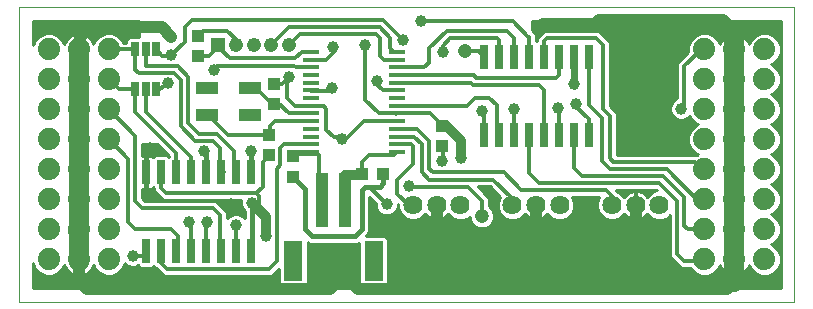
<source format=gtl>
G75*
G70*
%OFA0B0*%
%FSLAX24Y24*%
%IPPOS*%
%LPD*%
%AMOC8*
5,1,8,0,0,1.08239X$1,22.5*
%
%ADD10C,0.0000*%
%ADD11R,0.0550X0.0137*%
%ADD12R,0.0476X0.0476*%
%ADD13C,0.0476*%
%ADD14R,0.0748X0.0433*%
%ADD15R,0.0394X0.0433*%
%ADD16R,0.0260X0.0800*%
%ADD17C,0.0740*%
%ADD18R,0.0433X0.0394*%
%ADD19R,0.0250X0.0500*%
%ADD20C,0.0640*%
%ADD21R,0.0394X0.1811*%
%ADD22R,0.0630X0.1339*%
%ADD23C,0.0396*%
%ADD24C,0.0160*%
%ADD25C,0.0240*%
%ADD26C,0.0120*%
%ADD27C,0.0320*%
%ADD28C,0.0475*%
%ADD29C,0.0660*%
%ADD30C,0.0400*%
%ADD31C,0.0100*%
D10*
X000198Y000186D02*
X000198Y010001D01*
X026029Y010001D01*
X026029Y000186D01*
X000198Y000186D01*
D11*
X009906Y005178D03*
X009906Y005434D03*
X009906Y005690D03*
X009906Y005946D03*
X009906Y006202D03*
X009906Y006458D03*
X009906Y006713D03*
X009906Y006969D03*
X009906Y007225D03*
X009906Y007481D03*
X009906Y007737D03*
X009906Y007993D03*
X009906Y008249D03*
X009906Y008505D03*
X012785Y008505D03*
X012785Y008249D03*
X012785Y007993D03*
X012785Y007737D03*
X012785Y007481D03*
X012785Y007225D03*
X012785Y006969D03*
X012785Y006713D03*
X012785Y006458D03*
X012785Y006202D03*
X012785Y005946D03*
X012785Y005690D03*
X012785Y005434D03*
X012785Y005178D03*
D12*
X006828Y008732D03*
D13*
X007419Y008732D03*
X008009Y008732D03*
X008600Y008732D03*
X009190Y008732D03*
D14*
X007901Y007316D03*
X006444Y007316D03*
X006444Y006410D03*
X007901Y006410D03*
D15*
X008679Y006770D03*
X008679Y007440D03*
X006149Y008367D03*
X006149Y009036D03*
X014294Y006041D03*
X014294Y005371D03*
X009308Y005025D03*
X008523Y005087D03*
X008523Y005757D03*
X009308Y004356D03*
D16*
X007927Y004499D03*
X007427Y004499D03*
X006927Y004499D03*
X006427Y004499D03*
X005927Y004499D03*
X005427Y004499D03*
X004927Y004499D03*
X004427Y004499D03*
X004427Y001889D03*
X004927Y001889D03*
X005427Y001889D03*
X005927Y001889D03*
X006427Y001889D03*
X006927Y001889D03*
X007427Y001889D03*
X007927Y001889D03*
X015682Y005729D03*
X016182Y005729D03*
X016682Y005729D03*
X017182Y005729D03*
X017682Y005729D03*
X018182Y005729D03*
X018682Y005729D03*
X019182Y005729D03*
X019182Y008339D03*
X018682Y008339D03*
X018182Y008339D03*
X017682Y008339D03*
X017182Y008339D03*
X016682Y008339D03*
X016182Y008339D03*
X015682Y008339D03*
D17*
X023035Y008593D03*
X024035Y008593D03*
X025035Y008593D03*
X025035Y007593D03*
X024035Y007593D03*
X023035Y007593D03*
X023035Y006593D03*
X024035Y006593D03*
X025035Y006593D03*
X025035Y005593D03*
X024035Y005593D03*
X023035Y005593D03*
X023035Y004593D03*
X024035Y004593D03*
X025035Y004593D03*
X025035Y003593D03*
X024035Y003593D03*
X023035Y003593D03*
X023035Y002593D03*
X024035Y002593D03*
X025035Y002593D03*
X025035Y001593D03*
X024035Y001593D03*
X023035Y001593D03*
X003177Y001593D03*
X002177Y001593D03*
X001177Y001593D03*
X001177Y002593D03*
X002177Y002593D03*
X003177Y002593D03*
X003177Y003593D03*
X002177Y003593D03*
X001177Y003593D03*
X001177Y004593D03*
X002177Y004593D03*
X003177Y004593D03*
X003177Y005593D03*
X002177Y005593D03*
X001177Y005593D03*
X001177Y006593D03*
X002177Y006593D03*
X003177Y006593D03*
X003177Y007593D03*
X002177Y007593D03*
X001177Y007593D03*
X001177Y008593D03*
X002177Y008593D03*
X003177Y008593D03*
D18*
X011635Y004436D03*
X012304Y004436D03*
D19*
X004761Y007278D03*
X004411Y007278D03*
X004061Y007278D03*
X004057Y008597D03*
X004407Y008597D03*
X004757Y008597D03*
D20*
X013322Y003397D03*
X014110Y003397D03*
X014897Y003397D03*
X016629Y003400D03*
X017417Y003400D03*
X018204Y003400D03*
X019949Y003402D03*
X020737Y003402D03*
X021524Y003402D03*
D21*
X011061Y003583D03*
X010274Y003583D03*
D22*
X009329Y001536D03*
X012006Y001536D03*
D23*
X013413Y002601D03*
X012440Y003428D03*
X013178Y004049D03*
X014293Y004873D03*
X014921Y004963D03*
X015621Y006527D03*
X016673Y006617D03*
X018149Y006656D03*
X018750Y006765D03*
X018700Y007424D03*
X022254Y006614D03*
X017511Y009297D03*
X019409Y009452D03*
X014310Y008507D03*
X012981Y008910D03*
X011732Y008743D03*
X010653Y008688D03*
X009178Y007689D03*
X010602Y007319D03*
X012114Y007532D03*
X010964Y005613D03*
X007932Y005200D03*
X006348Y005210D03*
X004566Y005317D03*
X007952Y003466D03*
X007243Y003428D03*
X006465Y002854D03*
X005846Y002857D03*
X007421Y002739D03*
X008405Y002385D03*
X004527Y001066D03*
X003976Y001715D03*
X005166Y007458D03*
X006677Y007898D03*
X005244Y008391D03*
X005259Y009019D03*
X013583Y009528D03*
D24*
X004067Y008588D02*
X004063Y008593D01*
X004059Y008597D01*
X004057Y008597D01*
X004061Y007278D02*
X004047Y007265D01*
X004047Y007258D01*
X004586Y005337D02*
X004409Y005160D01*
X004409Y004300D01*
X004427Y004499D01*
X004427Y004119D01*
X004429Y004117D01*
X004921Y004276D02*
X004927Y004499D01*
X005393Y004471D02*
X005393Y004314D01*
X005395Y004314D01*
X005427Y004499D01*
X005432Y004511D02*
X005393Y004471D01*
X005432Y004511D02*
X005432Y004609D01*
X005927Y004499D02*
X005927Y004312D01*
X005925Y004314D01*
X006427Y004499D02*
X006427Y004658D01*
X006417Y004668D01*
X006427Y004678D01*
X006427Y005150D01*
X006927Y004499D02*
X006927Y004292D01*
X006929Y004294D01*
X007421Y004294D02*
X007440Y004314D01*
X007421Y004294D02*
X007427Y004288D01*
X007427Y004499D01*
X007913Y004511D02*
X007927Y004524D01*
X007927Y005194D01*
X007913Y004511D02*
X007925Y004499D01*
X007927Y004499D01*
X009308Y004356D02*
X009724Y003941D01*
X009724Y002601D01*
X009960Y002365D01*
X011377Y002365D01*
X011614Y002601D01*
X011614Y003900D01*
X011732Y004019D01*
X012204Y004019D01*
X012322Y004137D01*
X012322Y004418D01*
X012304Y004436D01*
X011043Y004403D02*
X011023Y003664D01*
X011042Y003664D01*
X011061Y003583D01*
X007952Y003466D02*
X007952Y001863D01*
X007927Y001889D01*
X007952Y001863D02*
X007952Y001774D01*
X004527Y001066D02*
X004527Y000593D01*
X004566Y005317D02*
X004586Y005337D01*
D25*
X003177Y007593D02*
X003177Y007652D01*
X003169Y007660D01*
X003169Y007601D02*
X003177Y007593D01*
X002204Y008605D02*
X002188Y008605D01*
X002177Y008593D01*
X018682Y008339D02*
X018682Y007385D01*
X018700Y007367D01*
X018700Y007424D01*
X018700Y007367D02*
X018701Y007367D01*
X007927Y001889D02*
X007932Y001678D01*
D26*
X007427Y001889D02*
X007427Y002753D01*
X007421Y002759D01*
X007421Y002739D01*
X006889Y003074D02*
X006889Y001893D01*
X006923Y001893D01*
X006927Y001889D01*
X006927Y001753D01*
X006948Y001774D01*
X006909Y001814D01*
X006427Y001889D02*
X006427Y001647D01*
X006427Y002657D01*
X006505Y002736D01*
X006465Y002854D01*
X006527Y002758D02*
X006505Y002736D01*
X005927Y002737D02*
X005846Y002857D01*
X005927Y002737D02*
X005927Y001889D01*
X005472Y001934D02*
X005427Y001889D01*
X005427Y001721D01*
X005413Y001735D01*
X005432Y001755D01*
X005472Y001934D02*
X005472Y002365D01*
X005236Y002601D01*
X004054Y002601D01*
X003818Y002837D01*
X003818Y004952D01*
X003177Y005593D01*
X004054Y005715D02*
X004054Y003546D01*
X004291Y003310D01*
X006653Y003310D01*
X006889Y003074D01*
X007243Y003428D02*
X007163Y003508D01*
X007163Y003541D01*
X004808Y003541D01*
X004427Y003922D01*
X004427Y004119D01*
X004921Y003979D02*
X004921Y004276D01*
X005423Y004461D02*
X005423Y004495D01*
X005423Y005130D01*
X004047Y006506D01*
X004047Y007258D01*
X003511Y007258D01*
X003177Y007593D01*
X004063Y007908D02*
X004173Y007798D01*
X005354Y007798D01*
X005590Y007562D01*
X005590Y006026D01*
X006062Y005554D01*
X006653Y005554D01*
X006889Y005318D01*
X006889Y004609D01*
X006889Y004536D01*
X006927Y004499D01*
X006999Y004499D01*
X006889Y004609D01*
X006999Y004499D02*
X007007Y004491D01*
X007362Y004564D02*
X007427Y004499D01*
X007362Y004564D02*
X007362Y005200D01*
X006771Y005790D01*
X006180Y005790D01*
X005826Y006145D01*
X005826Y007680D01*
X005472Y008034D01*
X004409Y008034D01*
X004407Y008036D01*
X004407Y008597D01*
X004063Y008593D02*
X004063Y007908D01*
X004757Y008597D02*
X004966Y008389D01*
X005241Y008389D01*
X005244Y008391D01*
X005708Y008855D01*
X005708Y009334D01*
X005944Y009570D01*
X012322Y009570D01*
X013031Y008861D01*
X013030Y008861D01*
X012981Y008910D01*
X012558Y008979D02*
X012558Y008625D01*
X012682Y008501D01*
X012781Y008501D01*
X012785Y008505D01*
X012793Y008505D01*
X012795Y008507D01*
X012342Y008251D02*
X012204Y008389D01*
X012204Y008979D01*
X012086Y009097D01*
X009556Y009097D01*
X009190Y008732D01*
X009604Y008505D02*
X009400Y008301D01*
X007213Y008301D01*
X006828Y008686D01*
X006828Y008732D01*
X006817Y008743D01*
X006771Y008743D01*
X006771Y008625D01*
X006535Y008389D01*
X006171Y008389D01*
X006149Y008367D01*
X006771Y008625D02*
X006818Y008672D01*
X006828Y008732D01*
X006828Y008564D01*
X007419Y008732D02*
X007430Y008743D01*
X007480Y008743D01*
X007480Y008861D01*
X007125Y009215D01*
X006328Y009215D01*
X006149Y009036D01*
X007419Y008732D02*
X007480Y008733D01*
X007480Y008743D01*
X008600Y008732D02*
X009201Y009334D01*
X012204Y009334D01*
X012558Y008979D01*
X011732Y008743D02*
X011732Y006902D01*
X012173Y006461D01*
X012753Y006461D01*
X012763Y006451D01*
X012770Y006458D01*
X012785Y006458D01*
X013899Y006458D01*
X014330Y006026D01*
X014316Y006041D01*
X014294Y006041D01*
X014280Y006026D01*
X013858Y005554D02*
X013466Y005946D01*
X012785Y005946D01*
X012785Y005690D02*
X013367Y005690D01*
X013621Y005436D01*
X013621Y004491D01*
X013858Y004255D01*
X015984Y004255D01*
X016574Y003664D01*
X016574Y003428D01*
X016629Y003373D01*
X016629Y003400D01*
X016629Y003373D02*
X016692Y003310D01*
X015629Y003546D02*
X015629Y003054D01*
X015610Y003034D01*
X015629Y003546D02*
X015157Y004019D01*
X013208Y004019D01*
X013178Y004049D01*
X012795Y004255D02*
X013323Y004783D01*
X013323Y005381D01*
X013322Y005381D01*
X013322Y005381D01*
X013267Y005436D01*
X012795Y005436D01*
X012793Y005434D01*
X012785Y005434D01*
X012785Y005178D02*
X012689Y005082D01*
X011850Y005082D01*
X011614Y004845D01*
X011614Y004414D01*
X011635Y004436D01*
X011614Y004414D02*
X011614Y004373D01*
X011732Y004019D02*
X011850Y004019D01*
X012440Y003428D01*
X012795Y003782D02*
X013180Y003397D01*
X013322Y003397D01*
X012795Y003782D02*
X012795Y004255D01*
X013858Y004609D02*
X013976Y004491D01*
X016338Y004491D01*
X016929Y003900D01*
X019763Y003900D01*
X019999Y003664D01*
X019999Y003428D01*
X019974Y003402D01*
X019949Y003402D01*
X021535Y004137D02*
X022125Y003546D01*
X022125Y001774D01*
X022362Y001538D01*
X023070Y001538D01*
X023035Y001574D01*
X023035Y001593D01*
X022991Y002562D02*
X023031Y002601D01*
X023035Y002597D01*
X023035Y002593D01*
X023062Y002593D01*
X023070Y002601D01*
X022480Y002601D01*
X022362Y002719D01*
X022362Y003664D01*
X021653Y004373D01*
X018936Y004373D01*
X018682Y004627D01*
X018682Y005729D01*
X018188Y005735D02*
X018188Y006656D01*
X018149Y006656D01*
X018700Y006735D02*
X019173Y006263D01*
X019173Y005790D01*
X019182Y005780D01*
X019182Y005729D01*
X019192Y005719D01*
X018188Y005735D02*
X018182Y005729D01*
X017682Y005729D02*
X017677Y005735D01*
X017677Y005869D01*
X017677Y007247D01*
X017519Y007404D01*
X015314Y007404D01*
X015238Y007481D01*
X012785Y007481D01*
X012785Y007737D02*
X015336Y007737D01*
X015432Y007641D01*
X018090Y007641D01*
X018188Y007739D01*
X018188Y008251D01*
X018182Y008257D01*
X018182Y008339D01*
X018218Y008339D01*
X018188Y008310D01*
X018218Y008339D02*
X018228Y008349D01*
X017682Y008339D02*
X017682Y008867D01*
X017792Y008977D01*
X019411Y008977D01*
X019645Y008743D01*
X019645Y006617D01*
X019881Y006381D01*
X019881Y004963D01*
X019999Y004845D01*
X022716Y004845D01*
X022968Y004593D01*
X023035Y004593D01*
X023035Y004574D01*
X023031Y004570D01*
X023035Y004593D02*
X023007Y004593D01*
X022991Y004609D01*
X022834Y003546D02*
X021771Y004609D01*
X019881Y004609D01*
X019606Y004885D01*
X019606Y006302D01*
X019182Y006725D01*
X019182Y008339D01*
X017204Y008369D02*
X017184Y008389D01*
X017184Y009019D01*
X017165Y009019D01*
X016656Y009528D01*
X013583Y009528D01*
X014448Y009215D02*
X016456Y009215D01*
X016692Y008979D01*
X016673Y008960D01*
X016673Y008389D01*
X016692Y008369D01*
X016682Y008359D01*
X016682Y008339D01*
X016702Y008339D01*
X016732Y008310D01*
X016692Y008271D01*
X017182Y008339D02*
X017182Y008347D01*
X017204Y008369D01*
X016182Y008339D02*
X016182Y008899D01*
X016102Y008979D01*
X014566Y008979D01*
X014310Y008723D01*
X014310Y008507D01*
X013858Y008625D02*
X014448Y009215D01*
X013858Y008625D02*
X013858Y008152D01*
X013698Y007993D01*
X012785Y007993D01*
X012785Y008249D02*
X012783Y008251D01*
X012342Y008251D01*
X012114Y007532D02*
X012114Y007472D01*
X012086Y007444D01*
X012304Y007225D01*
X012785Y007225D01*
X012785Y006713D02*
X015135Y006713D01*
X015393Y006971D01*
X015866Y006971D01*
X016102Y006735D01*
X016102Y005908D01*
X016220Y005790D01*
X016182Y005753D01*
X016182Y005729D01*
X016182Y005769D01*
X016141Y005810D01*
X016141Y005771D02*
X016141Y006105D01*
X016141Y005771D02*
X016182Y005729D01*
X015682Y005729D02*
X015682Y006465D01*
X015621Y006527D01*
X016673Y006617D02*
X016673Y005739D01*
X016682Y005729D01*
X017182Y005729D02*
X017182Y004473D01*
X017519Y004137D01*
X021535Y004137D01*
X022834Y003546D02*
X022952Y003546D01*
X022999Y003593D01*
X023035Y003593D01*
X023035Y003589D01*
X023039Y003593D01*
X023035Y003593D01*
X023039Y003593D02*
X023070Y003625D01*
X017677Y005869D02*
X017677Y006105D01*
X018700Y006735D02*
X018730Y006765D01*
X018750Y006765D01*
X022243Y006617D02*
X022362Y006735D01*
X022362Y008034D01*
X022916Y008588D01*
X023054Y008588D01*
X023049Y008593D01*
X023035Y008593D01*
X022254Y006614D02*
X022246Y006614D01*
X022243Y006617D01*
X015688Y008349D02*
X015511Y008526D01*
X015039Y008526D01*
X015682Y008343D02*
X015682Y008339D01*
X015682Y008343D02*
X015688Y008349D01*
X010669Y008507D02*
X010411Y008249D01*
X009906Y008249D01*
X009906Y007993D02*
X009411Y007993D01*
X009353Y008051D01*
X006783Y008051D01*
X006783Y008004D01*
X006677Y007898D01*
X006671Y007898D01*
X006653Y007916D01*
X007901Y007316D02*
X007942Y007316D01*
X007952Y007326D01*
X008070Y007208D01*
X008188Y007208D01*
X008625Y006770D01*
X008679Y006770D01*
X008696Y006770D01*
X008779Y006853D01*
X009175Y006458D01*
X009906Y006458D01*
X009906Y006202D02*
X008718Y006202D01*
X008543Y006026D01*
X008543Y005790D01*
X008523Y005771D01*
X008523Y005757D01*
X008458Y005757D01*
X008425Y005790D01*
X008523Y005757D02*
X007159Y005757D01*
X006535Y006381D01*
X006505Y006410D01*
X006444Y006410D01*
X006535Y006381D02*
X006653Y006263D01*
X008661Y006735D02*
X008700Y006696D01*
X008661Y006735D02*
X008679Y006753D01*
X008679Y006770D01*
X009133Y006971D02*
X009133Y007680D01*
X009143Y007689D01*
X009178Y007689D01*
X008942Y007444D01*
X008661Y007444D01*
X008674Y007444D01*
X008679Y007440D01*
X008665Y007440D01*
X008661Y007444D01*
X008897Y007444D01*
X009906Y007225D02*
X009924Y007208D01*
X010551Y007208D01*
X010669Y007208D01*
X010602Y007259D02*
X010602Y007319D01*
X010602Y007259D02*
X010551Y007208D01*
X010336Y006713D02*
X009906Y006713D01*
X009391Y006713D01*
X009133Y006971D01*
X010336Y006713D02*
X010432Y006617D01*
X010432Y005908D01*
X010669Y005672D01*
X010905Y005672D01*
X010964Y005613D01*
X011023Y005554D01*
X011671Y006202D01*
X012785Y006202D01*
X013858Y005554D02*
X013858Y004609D01*
X014293Y004873D02*
X014321Y004845D01*
X014330Y004845D01*
X014330Y005335D01*
X014294Y005371D01*
X010905Y005672D02*
X010887Y005690D01*
X009906Y005434D02*
X009844Y005434D01*
X009842Y005436D01*
X009015Y005436D01*
X008897Y005318D01*
X008897Y004727D01*
X008779Y004609D01*
X008779Y001538D01*
X008503Y001263D01*
X005117Y001263D01*
X004921Y001460D01*
X004921Y001873D01*
X004927Y001879D01*
X004927Y001889D01*
X004927Y001690D01*
X004921Y001696D01*
X004448Y001676D02*
X004409Y001715D01*
X003976Y001715D01*
X004444Y001672D02*
X004427Y001889D01*
X004448Y001676D02*
X004444Y001672D01*
X006397Y001617D02*
X006417Y001597D01*
X006397Y001617D02*
X006427Y001647D01*
X008148Y003270D02*
X008188Y003310D01*
X008188Y003721D01*
X008099Y003811D01*
X005089Y003811D01*
X004921Y003979D01*
X005913Y004341D02*
X005913Y004485D01*
X005913Y004995D01*
X004411Y006497D01*
X004411Y007278D01*
X004761Y007278D02*
X004887Y007278D01*
X005166Y007458D01*
X004054Y005715D02*
X003177Y006593D01*
X006348Y005210D02*
X006436Y005160D01*
X006427Y005150D01*
X005927Y004499D02*
X005913Y004485D01*
X005427Y004499D02*
X005423Y004495D01*
X007927Y005194D02*
X007932Y005200D01*
X008306Y004845D02*
X008543Y005082D01*
X008529Y005082D01*
X008523Y005087D01*
X008306Y004845D02*
X008306Y004019D01*
X008099Y003811D01*
X010196Y003761D02*
X010274Y003583D01*
X010196Y003761D02*
X010196Y005082D01*
X010167Y005111D01*
X009493Y005111D01*
X009493Y005181D01*
X009904Y005181D01*
X009906Y005178D01*
X009493Y005181D02*
X009343Y005181D01*
X009251Y005089D01*
X009251Y005032D01*
X009308Y005025D01*
X009604Y008505D02*
X009906Y008505D01*
X010653Y008523D02*
X010653Y008688D01*
X010653Y008523D02*
X010669Y008507D01*
X004063Y008593D02*
X003177Y008593D01*
D27*
X011043Y004403D02*
X011592Y004403D01*
X011635Y004436D01*
X014448Y006026D02*
X014921Y005554D01*
X014921Y004963D01*
X014448Y006026D02*
X014330Y006026D01*
X014308Y006026D01*
X014294Y006041D01*
X008148Y003270D02*
X007952Y003466D01*
X008148Y003270D02*
X008403Y003015D01*
X008403Y002384D01*
X008405Y002385D01*
D28*
X011065Y001840D03*
X015610Y003034D03*
X015039Y008526D03*
D29*
X024015Y009097D02*
X024015Y002601D01*
X024035Y002582D01*
X024035Y000849D01*
X002184Y001499D02*
X002177Y001507D01*
X002177Y001593D01*
X002177Y002593D01*
X002177Y003593D01*
X002145Y003625D01*
X002177Y003656D01*
X002177Y004593D01*
X002169Y004593D01*
X002177Y004601D01*
X002177Y005593D01*
X002177Y006593D01*
X002177Y007593D01*
X002192Y007593D01*
X002177Y007609D01*
X002177Y008593D01*
X002192Y007593D02*
X002224Y007562D01*
X002177Y006593D02*
X002177Y006586D01*
X002184Y006578D01*
X002177Y005593D02*
X002177Y005523D01*
X002184Y005515D01*
X002169Y004593D02*
X002145Y004570D01*
X002177Y002593D02*
X002177Y002554D01*
X002145Y002523D01*
D30*
X002177Y001593D02*
X002177Y001467D01*
X002184Y001460D01*
X002184Y000869D01*
X002460Y000593D01*
X004527Y000593D01*
X010551Y000593D01*
X011023Y001066D01*
X011495Y000593D01*
X014094Y000593D01*
X014113Y000613D01*
X014113Y003381D01*
X014123Y003371D01*
X014123Y002621D01*
X014103Y002601D01*
X013413Y002601D01*
X014110Y003397D02*
X014110Y000609D01*
X014125Y000593D01*
X014803Y000593D01*
X014094Y000593D01*
X014110Y000609D01*
X014803Y000593D02*
X017519Y000593D01*
X017417Y000696D01*
X017417Y003400D01*
X020737Y003402D02*
X020737Y000740D01*
X020708Y000711D01*
X020708Y000593D01*
X023779Y000593D01*
X024035Y000849D01*
X020708Y000593D02*
X017519Y000593D01*
X011033Y001076D02*
X011033Y001851D01*
X011054Y001851D01*
X011065Y001840D01*
X011033Y001076D02*
X011023Y001066D01*
X002204Y008605D02*
X002204Y009019D01*
X002519Y009334D01*
X004950Y009334D01*
X005263Y009021D01*
X005261Y009019D01*
X005259Y009019D01*
X017511Y009297D02*
X017511Y009325D01*
X017637Y009452D01*
X019409Y009452D01*
X019527Y009570D01*
X023661Y009570D01*
X024035Y009196D01*
D31*
X024085Y009113D02*
X024085Y008644D01*
X023985Y008644D01*
X023985Y009113D01*
X023931Y009113D01*
X023740Y009034D01*
X023594Y008888D01*
X023546Y008771D01*
X023493Y008899D01*
X023341Y009051D01*
X023142Y009133D01*
X022927Y009133D01*
X022729Y009051D01*
X022577Y008899D01*
X022495Y008701D01*
X022495Y008493D01*
X022266Y008264D01*
X022132Y008130D01*
X022132Y006962D01*
X022045Y006926D01*
X021942Y006823D01*
X021886Y006687D01*
X021886Y006541D01*
X021942Y006406D01*
X022045Y006302D01*
X022181Y006246D01*
X022327Y006246D01*
X022462Y006302D01*
X022539Y006379D01*
X022577Y006287D01*
X022729Y006136D01*
X022831Y006093D01*
X022729Y006051D01*
X022577Y005899D01*
X022495Y005701D01*
X022495Y005486D01*
X022577Y005287D01*
X022729Y005136D01*
X022831Y005093D01*
X022787Y005075D01*
X022621Y005075D01*
X020111Y005075D01*
X020111Y006476D01*
X019976Y006611D01*
X019875Y006712D01*
X019875Y008838D01*
X019740Y008973D01*
X019507Y009206D01*
X019316Y009206D01*
X017697Y009206D01*
X017587Y009097D01*
X017452Y008962D01*
X017452Y008880D01*
X017432Y008860D01*
X017414Y008878D01*
X017414Y008923D01*
X017414Y009114D01*
X017283Y009245D01*
X017283Y009551D01*
X025579Y009551D01*
X025579Y000636D01*
X000648Y000636D01*
X000648Y001458D01*
X000719Y001287D01*
X000871Y001136D01*
X001069Y001053D01*
X001284Y001053D01*
X001482Y001136D01*
X001634Y001287D01*
X001687Y001416D01*
X001736Y001299D01*
X001882Y001153D01*
X002073Y001073D01*
X002127Y001073D01*
X002127Y001543D01*
X002226Y001543D01*
X002226Y001073D01*
X002280Y001073D01*
X002471Y001153D01*
X002617Y001299D01*
X002666Y001416D01*
X002719Y001287D01*
X002871Y001136D01*
X003069Y001053D01*
X003284Y001053D01*
X003482Y001136D01*
X003634Y001287D01*
X003707Y001463D01*
X003767Y001403D01*
X003902Y001347D01*
X004049Y001347D01*
X004154Y001391D01*
X004226Y001319D01*
X004627Y001319D01*
X004676Y001368D01*
X004726Y001319D01*
X004736Y001319D01*
X004825Y001230D01*
X004887Y001167D01*
X005022Y001033D01*
X008408Y001033D01*
X008599Y001033D01*
X008844Y001278D01*
X008844Y000796D01*
X008944Y000697D01*
X009714Y000697D01*
X009814Y000796D01*
X009814Y002158D01*
X009818Y002153D01*
X009910Y002115D01*
X011328Y002115D01*
X011427Y002115D01*
X011519Y002153D01*
X011521Y002155D01*
X011521Y000796D01*
X011621Y000697D01*
X012391Y000697D01*
X012491Y000796D01*
X012491Y002276D01*
X012391Y002375D01*
X011741Y002375D01*
X011755Y002389D01*
X011825Y002460D01*
X011864Y002551D01*
X011864Y003680D01*
X012072Y003471D01*
X012072Y003355D01*
X012128Y003219D01*
X012232Y003116D01*
X012367Y003060D01*
X012514Y003060D01*
X012649Y003116D01*
X012752Y003219D01*
X012808Y003355D01*
X012808Y003443D01*
X012832Y003420D01*
X012832Y003299D01*
X012907Y003119D01*
X013045Y002981D01*
X013225Y002907D01*
X013420Y002907D01*
X013600Y002981D01*
X013730Y003111D01*
X013843Y002998D01*
X014016Y002927D01*
X014091Y002927D01*
X014091Y003377D01*
X014129Y003377D01*
X014129Y002927D01*
X014203Y002927D01*
X014376Y002998D01*
X014489Y003111D01*
X014619Y002981D01*
X014800Y002907D01*
X014994Y002907D01*
X015175Y002981D01*
X015202Y003009D01*
X015202Y002953D01*
X015264Y002804D01*
X015379Y002689D01*
X015529Y002627D01*
X015691Y002627D01*
X015840Y002689D01*
X015955Y002804D01*
X016017Y002953D01*
X016017Y003115D01*
X015955Y003265D01*
X015859Y003361D01*
X015859Y003641D01*
X015725Y003776D01*
X015476Y004025D01*
X015888Y004025D01*
X016225Y003689D01*
X016214Y003678D01*
X016139Y003498D01*
X016139Y003303D01*
X016214Y003123D01*
X016352Y002985D01*
X016532Y002910D01*
X016727Y002910D01*
X016907Y002985D01*
X017037Y003115D01*
X017150Y003002D01*
X017323Y002930D01*
X017398Y002930D01*
X017398Y003381D01*
X017436Y003381D01*
X017436Y002930D01*
X017510Y002930D01*
X017683Y003002D01*
X017796Y003115D01*
X017926Y002985D01*
X018107Y002910D01*
X018302Y002910D01*
X018482Y002985D01*
X018619Y003123D01*
X018694Y003303D01*
X018694Y003498D01*
X018623Y003670D01*
X019530Y003670D01*
X019459Y003500D01*
X019459Y003305D01*
X019534Y003125D01*
X019672Y002987D01*
X019852Y002912D01*
X020047Y002912D01*
X020227Y002987D01*
X020357Y003117D01*
X020470Y003004D01*
X020643Y002932D01*
X020718Y002932D01*
X020718Y003383D01*
X020756Y003383D01*
X020756Y002932D01*
X020830Y002932D01*
X021003Y003004D01*
X021116Y003117D01*
X021246Y002987D01*
X021427Y002912D01*
X021621Y002912D01*
X021802Y002987D01*
X021895Y003081D01*
X021895Y001870D01*
X021895Y001679D01*
X022266Y001308D01*
X022457Y001308D01*
X022568Y001308D01*
X022577Y001287D01*
X022729Y001136D01*
X022927Y001053D01*
X023142Y001053D01*
X023341Y001136D01*
X023493Y001287D01*
X023546Y001416D01*
X023594Y001299D01*
X023740Y001153D01*
X023931Y001073D01*
X023985Y001073D01*
X023985Y001543D01*
X024085Y001543D01*
X024085Y001073D01*
X024138Y001073D01*
X024329Y001153D01*
X024476Y001299D01*
X024524Y001416D01*
X024577Y001287D01*
X024729Y001136D01*
X024927Y001053D01*
X025142Y001053D01*
X025341Y001136D01*
X025493Y001287D01*
X025575Y001486D01*
X025575Y001701D01*
X025493Y001899D01*
X025341Y002051D01*
X025239Y002093D01*
X025341Y002136D01*
X025493Y002287D01*
X025575Y002486D01*
X025579Y002486D01*
X025575Y002486D02*
X025575Y002701D01*
X025493Y002899D01*
X025341Y003051D01*
X025239Y003093D01*
X025341Y003136D01*
X025493Y003287D01*
X025575Y003486D01*
X025575Y003701D01*
X025493Y003899D01*
X025341Y004051D01*
X025239Y004093D01*
X025341Y004136D01*
X025493Y004287D01*
X025575Y004486D01*
X025575Y004701D01*
X025493Y004899D01*
X025341Y005051D01*
X025239Y005093D01*
X025341Y005136D01*
X025493Y005287D01*
X025575Y005486D01*
X025575Y005701D01*
X025493Y005899D01*
X025341Y006051D01*
X025239Y006093D01*
X025341Y006136D01*
X025493Y006287D01*
X025575Y006486D01*
X025575Y006701D01*
X025493Y006899D01*
X025341Y007051D01*
X025239Y007093D01*
X025341Y007136D01*
X025493Y007287D01*
X025575Y007486D01*
X025575Y007701D01*
X025493Y007899D01*
X025341Y008051D01*
X025239Y008093D01*
X025341Y008136D01*
X025493Y008287D01*
X025575Y008486D01*
X025575Y008701D01*
X025493Y008899D01*
X025341Y009051D01*
X025142Y009133D01*
X024927Y009133D01*
X024729Y009051D01*
X024577Y008899D01*
X024524Y008771D01*
X024476Y008888D01*
X024329Y009034D01*
X024138Y009113D01*
X024085Y009113D01*
X024085Y009088D02*
X023985Y009088D01*
X023985Y008990D02*
X024085Y008990D01*
X024085Y008891D02*
X023985Y008891D01*
X023985Y008793D02*
X024085Y008793D01*
X024085Y008694D02*
X023985Y008694D01*
X023597Y008891D02*
X023496Y008891D01*
X023537Y008793D02*
X023555Y008793D01*
X023696Y008990D02*
X023402Y008990D01*
X023251Y009088D02*
X023871Y009088D01*
X024199Y009088D02*
X024819Y009088D01*
X024668Y008990D02*
X024374Y008990D01*
X024472Y008891D02*
X024574Y008891D01*
X024533Y008793D02*
X024515Y008793D01*
X024085Y008543D02*
X023985Y008543D01*
X023985Y008073D01*
X023985Y007644D01*
X024085Y007644D01*
X024085Y008073D01*
X024085Y008543D01*
X024085Y008497D02*
X023985Y008497D01*
X023985Y008399D02*
X024085Y008399D01*
X024085Y008300D02*
X023985Y008300D01*
X023985Y008201D02*
X024085Y008201D01*
X024085Y008103D02*
X023985Y008103D01*
X023985Y008004D02*
X024085Y008004D01*
X024085Y007906D02*
X023985Y007906D01*
X023985Y007807D02*
X024085Y007807D01*
X024085Y007709D02*
X023985Y007709D01*
X023985Y007543D02*
X024085Y007543D01*
X024085Y007073D01*
X024085Y006644D01*
X023985Y006644D01*
X023985Y007073D01*
X023985Y007543D01*
X023985Y007512D02*
X024085Y007512D01*
X024085Y007413D02*
X023985Y007413D01*
X023985Y007315D02*
X024085Y007315D01*
X024085Y007216D02*
X023985Y007216D01*
X023985Y007118D02*
X024085Y007118D01*
X024085Y007019D02*
X023985Y007019D01*
X023985Y006920D02*
X024085Y006920D01*
X024085Y006822D02*
X023985Y006822D01*
X023985Y006723D02*
X024085Y006723D01*
X024085Y006543D02*
X023985Y006543D01*
X023985Y006073D01*
X023985Y005644D01*
X024085Y005644D01*
X024085Y006073D01*
X024085Y006543D01*
X024085Y006526D02*
X023985Y006526D01*
X023985Y006428D02*
X024085Y006428D01*
X024085Y006329D02*
X023985Y006329D01*
X023985Y006231D02*
X024085Y006231D01*
X024085Y006132D02*
X023985Y006132D01*
X023985Y006034D02*
X024085Y006034D01*
X024085Y005935D02*
X023985Y005935D01*
X023985Y005836D02*
X024085Y005836D01*
X024085Y005738D02*
X023985Y005738D01*
X023985Y005543D02*
X024085Y005543D01*
X024085Y005113D01*
X024085Y004644D01*
X023985Y004644D01*
X023985Y005113D01*
X023985Y005543D01*
X023985Y005541D02*
X024085Y005541D01*
X024085Y005442D02*
X023985Y005442D01*
X023985Y005344D02*
X024085Y005344D01*
X024085Y005245D02*
X023985Y005245D01*
X023985Y005147D02*
X024085Y005147D01*
X024085Y005048D02*
X023985Y005048D01*
X023985Y004950D02*
X024085Y004950D01*
X024085Y004851D02*
X023985Y004851D01*
X023985Y004752D02*
X024085Y004752D01*
X024085Y004654D02*
X023985Y004654D01*
X023985Y004543D02*
X024085Y004543D01*
X024085Y004113D01*
X024085Y003644D01*
X023985Y003644D01*
X023985Y004113D01*
X023985Y004543D01*
X023985Y004457D02*
X024085Y004457D01*
X024085Y004358D02*
X023985Y004358D01*
X023985Y004260D02*
X024085Y004260D01*
X024085Y004161D02*
X023985Y004161D01*
X023985Y004063D02*
X024085Y004063D01*
X024085Y003964D02*
X023985Y003964D01*
X023985Y003866D02*
X024085Y003866D01*
X024085Y003767D02*
X023985Y003767D01*
X023985Y003669D02*
X024085Y003669D01*
X024085Y003543D02*
X023985Y003543D01*
X023985Y003073D01*
X023985Y002644D01*
X024085Y002644D01*
X024085Y003073D01*
X024085Y003543D01*
X024085Y003471D02*
X023985Y003471D01*
X023985Y003373D02*
X024085Y003373D01*
X024085Y003274D02*
X023985Y003274D01*
X023985Y003176D02*
X024085Y003176D01*
X024085Y003077D02*
X023985Y003077D01*
X023985Y002979D02*
X024085Y002979D01*
X024085Y002880D02*
X023985Y002880D01*
X023985Y002782D02*
X024085Y002782D01*
X024085Y002683D02*
X023985Y002683D01*
X023985Y002543D02*
X024085Y002543D01*
X024085Y002073D01*
X024085Y001644D01*
X023985Y001644D01*
X023985Y002073D01*
X023985Y002543D01*
X023985Y002486D02*
X024085Y002486D01*
X024085Y002387D02*
X023985Y002387D01*
X023985Y002289D02*
X024085Y002289D01*
X024085Y002190D02*
X023985Y002190D01*
X023985Y002092D02*
X024085Y002092D01*
X024085Y001993D02*
X023985Y001993D01*
X023985Y001895D02*
X024085Y001895D01*
X024085Y001796D02*
X023985Y001796D01*
X023985Y001698D02*
X024085Y001698D01*
X024085Y001501D02*
X023985Y001501D01*
X023985Y001402D02*
X024085Y001402D01*
X024085Y001303D02*
X023985Y001303D01*
X023985Y001205D02*
X024085Y001205D01*
X024085Y001106D02*
X023985Y001106D01*
X023852Y001106D02*
X023270Y001106D01*
X023410Y001205D02*
X023688Y001205D01*
X023592Y001303D02*
X023499Y001303D01*
X023540Y001402D02*
X023551Y001402D01*
X024218Y001106D02*
X024799Y001106D01*
X024660Y001205D02*
X024382Y001205D01*
X024477Y001303D02*
X024570Y001303D01*
X024530Y001402D02*
X024518Y001402D01*
X025270Y001106D02*
X025579Y001106D01*
X025579Y001008D02*
X012491Y001008D01*
X012491Y001106D02*
X022799Y001106D01*
X022660Y001205D02*
X012491Y001205D01*
X012491Y001303D02*
X022570Y001303D01*
X022173Y001402D02*
X012491Y001402D01*
X012491Y001501D02*
X022074Y001501D01*
X021975Y001599D02*
X012491Y001599D01*
X012491Y001698D02*
X021895Y001698D01*
X021895Y001796D02*
X012491Y001796D01*
X012491Y001895D02*
X021895Y001895D01*
X021895Y001993D02*
X012491Y001993D01*
X012491Y002092D02*
X021895Y002092D01*
X021895Y002190D02*
X012491Y002190D01*
X012478Y002289D02*
X021895Y002289D01*
X021895Y002387D02*
X011753Y002387D01*
X011836Y002486D02*
X021895Y002486D01*
X021895Y002585D02*
X011864Y002585D01*
X011864Y002683D02*
X015393Y002683D01*
X015286Y002782D02*
X011864Y002782D01*
X011864Y002880D02*
X015232Y002880D01*
X015202Y002979D02*
X015169Y002979D01*
X015933Y002782D02*
X021895Y002782D01*
X021895Y002880D02*
X015987Y002880D01*
X016017Y002979D02*
X016367Y002979D01*
X016260Y003077D02*
X016017Y003077D01*
X015992Y003176D02*
X016192Y003176D01*
X016151Y003274D02*
X015946Y003274D01*
X015859Y003373D02*
X016139Y003373D01*
X016139Y003471D02*
X015859Y003471D01*
X015859Y003570D02*
X016169Y003570D01*
X016210Y003669D02*
X015832Y003669D01*
X015734Y003767D02*
X016146Y003767D01*
X016048Y003866D02*
X015635Y003866D01*
X015536Y003964D02*
X015949Y003964D01*
X017398Y003373D02*
X017436Y003373D01*
X017436Y003274D02*
X017398Y003274D01*
X017398Y003176D02*
X017436Y003176D01*
X017436Y003077D02*
X017398Y003077D01*
X017398Y002979D02*
X017436Y002979D01*
X017627Y002979D02*
X017942Y002979D01*
X017834Y003077D02*
X017758Y003077D01*
X017207Y002979D02*
X016891Y002979D01*
X016999Y003077D02*
X017075Y003077D01*
X015826Y002683D02*
X021895Y002683D01*
X021895Y002979D02*
X021781Y002979D01*
X021892Y003077D02*
X021895Y003077D01*
X021267Y002979D02*
X020942Y002979D01*
X021076Y003077D02*
X021156Y003077D01*
X020756Y003077D02*
X020718Y003077D01*
X020718Y002979D02*
X020756Y002979D01*
X020531Y002979D02*
X020207Y002979D01*
X020317Y003077D02*
X020397Y003077D01*
X020718Y003176D02*
X020756Y003176D01*
X020756Y003274D02*
X020718Y003274D01*
X020718Y003373D02*
X020756Y003373D01*
X020756Y003422D02*
X020718Y003422D01*
X020718Y003872D01*
X020643Y003872D01*
X020470Y003801D01*
X020357Y003688D01*
X020227Y003818D01*
X020132Y003857D01*
X020095Y003894D01*
X020082Y003907D01*
X021440Y003907D01*
X021454Y003892D01*
X021427Y003892D01*
X021246Y003818D01*
X021116Y003688D01*
X021003Y003801D01*
X020830Y003872D01*
X020756Y003872D01*
X020756Y003422D01*
X020756Y003471D02*
X020718Y003471D01*
X020718Y003570D02*
X020756Y003570D01*
X020756Y003669D02*
X020718Y003669D01*
X020718Y003767D02*
X020756Y003767D01*
X020756Y003866D02*
X020718Y003866D01*
X020627Y003866D02*
X020123Y003866D01*
X020278Y003767D02*
X020437Y003767D01*
X020847Y003866D02*
X021362Y003866D01*
X021196Y003767D02*
X021037Y003767D01*
X019529Y003669D02*
X018623Y003669D01*
X018664Y003570D02*
X019488Y003570D01*
X019459Y003471D02*
X018694Y003471D01*
X018694Y003373D02*
X019459Y003373D01*
X019472Y003274D02*
X018682Y003274D01*
X018641Y003176D02*
X019513Y003176D01*
X019581Y003077D02*
X018574Y003077D01*
X018466Y002979D02*
X019692Y002979D01*
X014625Y002979D02*
X014329Y002979D01*
X014455Y003077D02*
X014523Y003077D01*
X014129Y003077D02*
X014091Y003077D01*
X014091Y002979D02*
X014129Y002979D01*
X013890Y002979D02*
X013594Y002979D01*
X013696Y003077D02*
X013764Y003077D01*
X014091Y003176D02*
X014129Y003176D01*
X014129Y003274D02*
X014091Y003274D01*
X014091Y003373D02*
X014129Y003373D01*
X013050Y002979D02*
X011864Y002979D01*
X011864Y003077D02*
X012325Y003077D01*
X012172Y003176D02*
X011864Y003176D01*
X011864Y003274D02*
X012106Y003274D01*
X012072Y003373D02*
X011864Y003373D01*
X011864Y003471D02*
X012072Y003471D01*
X011973Y003570D02*
X011864Y003570D01*
X011864Y003669D02*
X011875Y003669D01*
X012808Y003373D02*
X012832Y003373D01*
X012842Y003274D02*
X012775Y003274D01*
X012709Y003176D02*
X012883Y003176D01*
X012949Y003077D02*
X012555Y003077D01*
X011521Y002092D02*
X009814Y002092D01*
X009814Y001993D02*
X011521Y001993D01*
X011521Y001895D02*
X009814Y001895D01*
X009814Y001796D02*
X011521Y001796D01*
X011521Y001698D02*
X009814Y001698D01*
X009814Y001599D02*
X011521Y001599D01*
X011521Y001501D02*
X009814Y001501D01*
X009814Y001402D02*
X011521Y001402D01*
X011521Y001303D02*
X009814Y001303D01*
X009814Y001205D02*
X011521Y001205D01*
X011521Y001106D02*
X009814Y001106D01*
X009814Y001008D02*
X011521Y001008D01*
X011521Y000909D02*
X009814Y000909D01*
X009814Y000811D02*
X011521Y000811D01*
X011605Y000712D02*
X009730Y000712D01*
X008928Y000712D02*
X000648Y000712D01*
X000648Y000811D02*
X008844Y000811D01*
X008844Y000909D02*
X000648Y000909D01*
X000648Y001008D02*
X008844Y001008D01*
X008844Y001106D02*
X008672Y001106D01*
X008771Y001205D02*
X008844Y001205D01*
X012407Y000712D02*
X025579Y000712D01*
X025579Y000811D02*
X012491Y000811D01*
X012491Y000909D02*
X025579Y000909D01*
X025579Y001205D02*
X025410Y001205D01*
X025499Y001303D02*
X025579Y001303D01*
X025579Y001402D02*
X025540Y001402D01*
X025575Y001501D02*
X025579Y001501D01*
X025575Y001599D02*
X025579Y001599D01*
X025575Y001698D02*
X025579Y001698D01*
X025579Y001796D02*
X025535Y001796D01*
X025494Y001895D02*
X025579Y001895D01*
X025579Y001993D02*
X025399Y001993D01*
X025242Y002092D02*
X025579Y002092D01*
X025579Y002190D02*
X025395Y002190D01*
X025493Y002289D02*
X025579Y002289D01*
X025579Y002387D02*
X025534Y002387D01*
X025575Y002585D02*
X025579Y002585D01*
X025575Y002683D02*
X025579Y002683D01*
X025579Y002782D02*
X025541Y002782D01*
X025579Y002880D02*
X025500Y002880D01*
X025579Y002979D02*
X025413Y002979D01*
X025278Y003077D02*
X025579Y003077D01*
X025579Y003176D02*
X025381Y003176D01*
X025479Y003274D02*
X025579Y003274D01*
X025579Y003373D02*
X025528Y003373D01*
X025569Y003471D02*
X025579Y003471D01*
X025575Y003570D02*
X025579Y003570D01*
X025575Y003669D02*
X025579Y003669D01*
X025579Y003767D02*
X025547Y003767D01*
X025579Y003866D02*
X025507Y003866D01*
X025579Y003964D02*
X025428Y003964D01*
X025313Y004063D02*
X025579Y004063D01*
X025579Y004161D02*
X025366Y004161D01*
X025465Y004260D02*
X025579Y004260D01*
X025579Y004358D02*
X025522Y004358D01*
X025563Y004457D02*
X025579Y004457D01*
X025575Y004555D02*
X025579Y004555D01*
X025575Y004654D02*
X025579Y004654D01*
X025579Y004752D02*
X025553Y004752D01*
X025579Y004851D02*
X025513Y004851D01*
X025579Y004950D02*
X025442Y004950D01*
X025344Y005048D02*
X025579Y005048D01*
X025579Y005147D02*
X025352Y005147D01*
X025450Y005245D02*
X025579Y005245D01*
X025579Y005344D02*
X025516Y005344D01*
X025557Y005442D02*
X025579Y005442D01*
X025575Y005541D02*
X025579Y005541D01*
X025575Y005639D02*
X025579Y005639D01*
X025579Y005738D02*
X025559Y005738D01*
X025579Y005836D02*
X025519Y005836D01*
X025579Y005935D02*
X025457Y005935D01*
X025358Y006034D02*
X025579Y006034D01*
X025579Y006132D02*
X025332Y006132D01*
X025436Y006231D02*
X025579Y006231D01*
X025579Y006329D02*
X025510Y006329D01*
X025551Y006428D02*
X025579Y006428D01*
X025575Y006526D02*
X025579Y006526D01*
X025575Y006625D02*
X025579Y006625D01*
X025565Y006723D02*
X025579Y006723D01*
X025579Y006822D02*
X025525Y006822D01*
X025471Y006920D02*
X025579Y006920D01*
X025579Y007019D02*
X025373Y007019D01*
X025297Y007118D02*
X025579Y007118D01*
X025579Y007216D02*
X025421Y007216D01*
X025504Y007315D02*
X025579Y007315D01*
X025579Y007413D02*
X025545Y007413D01*
X025575Y007512D02*
X025579Y007512D01*
X025575Y007610D02*
X025579Y007610D01*
X025571Y007709D02*
X025579Y007709D01*
X025579Y007807D02*
X025531Y007807D01*
X025486Y007906D02*
X025579Y007906D01*
X025579Y008004D02*
X025387Y008004D01*
X025262Y008103D02*
X025579Y008103D01*
X025579Y008201D02*
X025407Y008201D01*
X025498Y008300D02*
X025579Y008300D01*
X025579Y008399D02*
X025539Y008399D01*
X025575Y008497D02*
X025579Y008497D01*
X025575Y008596D02*
X025579Y008596D01*
X025575Y008694D02*
X025579Y008694D01*
X025579Y008793D02*
X025537Y008793D01*
X025496Y008891D02*
X025579Y008891D01*
X025579Y008990D02*
X025402Y008990D01*
X025251Y009088D02*
X025579Y009088D01*
X025579Y009187D02*
X019526Y009187D01*
X019625Y009088D02*
X022819Y009088D01*
X022668Y008990D02*
X019723Y008990D01*
X019822Y008891D02*
X022574Y008891D01*
X022533Y008793D02*
X019875Y008793D01*
X019875Y008694D02*
X022495Y008694D01*
X022495Y008596D02*
X019875Y008596D01*
X019875Y008497D02*
X022495Y008497D01*
X022401Y008399D02*
X019875Y008399D01*
X019875Y008300D02*
X022302Y008300D01*
X022266Y008264D02*
X022266Y008264D01*
X022204Y008201D02*
X019875Y008201D01*
X019875Y008103D02*
X022132Y008103D01*
X022132Y008004D02*
X019875Y008004D01*
X019875Y007906D02*
X022132Y007906D01*
X022132Y007807D02*
X019875Y007807D01*
X019875Y007709D02*
X022132Y007709D01*
X022132Y007610D02*
X019875Y007610D01*
X019875Y007512D02*
X022132Y007512D01*
X022132Y007413D02*
X019875Y007413D01*
X019875Y007315D02*
X022132Y007315D01*
X022132Y007216D02*
X019875Y007216D01*
X019875Y007118D02*
X022132Y007118D01*
X022132Y007019D02*
X019875Y007019D01*
X019875Y006920D02*
X022040Y006920D01*
X021942Y006822D02*
X019875Y006822D01*
X019875Y006723D02*
X021901Y006723D01*
X021886Y006625D02*
X019962Y006625D01*
X020061Y006526D02*
X021892Y006526D01*
X021933Y006428D02*
X020111Y006428D01*
X020111Y006329D02*
X022018Y006329D01*
X022490Y006329D02*
X022560Y006329D01*
X022634Y006231D02*
X020111Y006231D01*
X020111Y006132D02*
X022737Y006132D01*
X022711Y006034D02*
X020111Y006034D01*
X020111Y005935D02*
X022613Y005935D01*
X022551Y005836D02*
X020111Y005836D01*
X020111Y005738D02*
X022510Y005738D01*
X022495Y005639D02*
X020111Y005639D01*
X020111Y005541D02*
X022495Y005541D01*
X022513Y005442D02*
X020111Y005442D01*
X020111Y005344D02*
X022554Y005344D01*
X022619Y005245D02*
X020111Y005245D01*
X020111Y005147D02*
X022718Y005147D01*
X017452Y008891D02*
X017414Y008891D01*
X017414Y008990D02*
X017480Y008990D01*
X017414Y009088D02*
X017579Y009088D01*
X017587Y009097D02*
X017587Y009097D01*
X017677Y009187D02*
X017341Y009187D01*
X017283Y009285D02*
X025579Y009285D01*
X025579Y009384D02*
X017283Y009384D01*
X017283Y009483D02*
X025579Y009483D01*
X007601Y003581D02*
X007584Y003539D01*
X007584Y003393D01*
X007640Y003258D01*
X007702Y003196D01*
X007702Y002978D01*
X007629Y003051D01*
X007494Y003107D01*
X007347Y003107D01*
X007212Y003051D01*
X007119Y002958D01*
X007119Y003169D01*
X006984Y003304D01*
X006748Y003540D01*
X006558Y003540D01*
X004386Y003540D01*
X004284Y003641D01*
X004284Y003949D01*
X004411Y003949D01*
X004411Y004484D01*
X004442Y004484D01*
X004442Y003949D01*
X004619Y003949D01*
X004662Y003993D01*
X004691Y003964D01*
X004634Y003964D01*
X004691Y003964D02*
X004691Y003884D01*
X004994Y003581D01*
X005184Y003581D01*
X007601Y003581D01*
X007597Y003570D02*
X004356Y003570D01*
X004284Y003669D02*
X004906Y003669D01*
X004808Y003767D02*
X004284Y003767D01*
X004284Y003866D02*
X004709Y003866D01*
X004442Y003964D02*
X004411Y003964D01*
X004411Y004063D02*
X004442Y004063D01*
X004442Y004161D02*
X004411Y004161D01*
X004411Y004260D02*
X004442Y004260D01*
X004442Y004358D02*
X004411Y004358D01*
X004411Y004457D02*
X004442Y004457D01*
X004442Y004514D02*
X004411Y004514D01*
X004411Y005049D01*
X004284Y005049D01*
X004284Y005436D01*
X004792Y005436D01*
X005193Y005035D01*
X005177Y005019D01*
X005127Y005069D01*
X004726Y005069D01*
X004662Y005005D01*
X004619Y005049D01*
X004442Y005049D01*
X004442Y004514D01*
X004442Y004555D02*
X004411Y004555D01*
X004411Y004654D02*
X004442Y004654D01*
X004442Y004752D02*
X004411Y004752D01*
X004411Y004851D02*
X004442Y004851D01*
X004442Y004950D02*
X004411Y004950D01*
X004411Y005048D02*
X004442Y005048D01*
X004619Y005048D02*
X004706Y005048D01*
X005081Y005147D02*
X004284Y005147D01*
X004284Y005245D02*
X004983Y005245D01*
X004884Y005344D02*
X004284Y005344D01*
X005148Y005048D02*
X005180Y005048D01*
X002226Y005048D02*
X002127Y005048D01*
X002127Y005113D02*
X002127Y005543D01*
X002226Y005543D01*
X002226Y005073D01*
X002226Y004644D01*
X002127Y004644D01*
X002127Y005113D01*
X002127Y005147D02*
X002226Y005147D01*
X002226Y005245D02*
X002127Y005245D01*
X002127Y005344D02*
X002226Y005344D01*
X002226Y005442D02*
X002127Y005442D01*
X002127Y005541D02*
X002226Y005541D01*
X002226Y005644D02*
X002127Y005644D01*
X002127Y006113D01*
X002127Y006543D01*
X002226Y006543D01*
X002226Y006113D01*
X002226Y005644D01*
X002226Y005738D02*
X002127Y005738D01*
X002127Y005836D02*
X002226Y005836D01*
X002226Y005935D02*
X002127Y005935D01*
X002127Y006034D02*
X002226Y006034D01*
X002226Y006132D02*
X002127Y006132D01*
X002127Y006231D02*
X002226Y006231D01*
X002226Y006329D02*
X002127Y006329D01*
X002127Y006428D02*
X002226Y006428D01*
X002226Y006526D02*
X002127Y006526D01*
X002127Y006644D02*
X002127Y007073D01*
X002127Y007543D01*
X002226Y007543D01*
X002226Y007073D01*
X002226Y006644D01*
X002127Y006644D01*
X002127Y006723D02*
X002226Y006723D01*
X002226Y006822D02*
X002127Y006822D01*
X002127Y006920D02*
X002226Y006920D01*
X002226Y007019D02*
X002127Y007019D01*
X002127Y007118D02*
X002226Y007118D01*
X002226Y007216D02*
X002127Y007216D01*
X002127Y007315D02*
X002226Y007315D01*
X002226Y007413D02*
X002127Y007413D01*
X002127Y007512D02*
X002226Y007512D01*
X002226Y007644D02*
X002127Y007644D01*
X002127Y008073D01*
X002127Y008543D01*
X002226Y008543D01*
X002226Y008073D01*
X002226Y007644D01*
X002226Y007709D02*
X002127Y007709D01*
X002127Y007807D02*
X002226Y007807D01*
X002226Y007906D02*
X002127Y007906D01*
X002127Y008004D02*
X002226Y008004D01*
X002226Y008103D02*
X002127Y008103D01*
X002127Y008201D02*
X002226Y008201D01*
X002226Y008300D02*
X002127Y008300D01*
X002127Y008399D02*
X002226Y008399D01*
X002226Y008497D02*
X002127Y008497D01*
X002127Y008644D02*
X002127Y009113D01*
X002073Y009113D01*
X001882Y009034D01*
X001736Y008888D01*
X001687Y008771D01*
X001634Y008899D01*
X001482Y009051D01*
X001284Y009133D01*
X001069Y009133D01*
X000871Y009051D01*
X000719Y008899D01*
X000648Y008729D01*
X000648Y009551D01*
X004173Y009551D01*
X004173Y009017D01*
X003861Y009017D01*
X003762Y008918D01*
X003762Y008823D01*
X003666Y008823D01*
X003634Y008899D01*
X003482Y009051D01*
X003284Y009133D01*
X003069Y009133D01*
X002871Y009051D01*
X002719Y008899D01*
X002666Y008771D01*
X002617Y008888D01*
X002471Y009034D01*
X002280Y009113D01*
X002226Y009113D01*
X002226Y008644D01*
X002127Y008644D01*
X002127Y008694D02*
X002226Y008694D01*
X002226Y008793D02*
X002127Y008793D01*
X002127Y008891D02*
X002226Y008891D01*
X002226Y008990D02*
X002127Y008990D01*
X002127Y009088D02*
X002226Y009088D01*
X002340Y009088D02*
X002961Y009088D01*
X002809Y008990D02*
X002515Y008990D01*
X002614Y008891D02*
X002715Y008891D01*
X002675Y008793D02*
X002657Y008793D01*
X003393Y009088D02*
X004173Y009088D01*
X004173Y009187D02*
X000648Y009187D01*
X000648Y009285D02*
X004173Y009285D01*
X004173Y009384D02*
X000648Y009384D01*
X000648Y009483D02*
X004173Y009483D01*
X003834Y008990D02*
X003544Y008990D01*
X003638Y008891D02*
X003762Y008891D01*
X002013Y009088D02*
X001393Y009088D01*
X001544Y008990D02*
X001838Y008990D01*
X001739Y008891D02*
X001638Y008891D01*
X001678Y008793D02*
X001696Y008793D01*
X000961Y009088D02*
X000648Y009088D01*
X000648Y008990D02*
X000809Y008990D01*
X000715Y008891D02*
X000648Y008891D01*
X000648Y008793D02*
X000675Y008793D01*
X002127Y004950D02*
X002226Y004950D01*
X002226Y004851D02*
X002127Y004851D01*
X002127Y004752D02*
X002226Y004752D01*
X002226Y004654D02*
X002127Y004654D01*
X002127Y004543D02*
X002226Y004543D01*
X002226Y004073D01*
X002226Y003644D01*
X002127Y003644D01*
X002127Y004073D01*
X002127Y004543D01*
X002127Y004457D02*
X002226Y004457D01*
X002226Y004358D02*
X002127Y004358D01*
X002127Y004260D02*
X002226Y004260D01*
X002226Y004161D02*
X002127Y004161D01*
X002127Y004063D02*
X002226Y004063D01*
X002226Y003964D02*
X002127Y003964D01*
X002127Y003866D02*
X002226Y003866D01*
X002226Y003767D02*
X002127Y003767D01*
X002127Y003669D02*
X002226Y003669D01*
X002226Y003543D02*
X002226Y003073D01*
X002226Y002644D01*
X002127Y002644D01*
X002127Y003073D01*
X002127Y003543D01*
X002226Y003543D01*
X002226Y003471D02*
X002127Y003471D01*
X002127Y003373D02*
X002226Y003373D01*
X002226Y003274D02*
X002127Y003274D01*
X002127Y003176D02*
X002226Y003176D01*
X002226Y003077D02*
X002127Y003077D01*
X002127Y002979D02*
X002226Y002979D01*
X002226Y002880D02*
X002127Y002880D01*
X002127Y002782D02*
X002226Y002782D01*
X002226Y002683D02*
X002127Y002683D01*
X002127Y002543D02*
X002226Y002543D01*
X002226Y002073D01*
X002226Y001644D01*
X002127Y001644D01*
X002127Y002073D01*
X002127Y002543D01*
X002127Y002486D02*
X002226Y002486D01*
X002226Y002387D02*
X002127Y002387D01*
X002127Y002289D02*
X002226Y002289D01*
X002226Y002190D02*
X002127Y002190D01*
X002127Y002092D02*
X002226Y002092D01*
X002226Y001993D02*
X002127Y001993D01*
X002127Y001895D02*
X002226Y001895D01*
X002226Y001796D02*
X002127Y001796D01*
X002127Y001698D02*
X002226Y001698D01*
X002226Y001501D02*
X002127Y001501D01*
X002127Y001402D02*
X002226Y001402D01*
X002226Y001303D02*
X002127Y001303D01*
X002127Y001205D02*
X002226Y001205D01*
X002226Y001106D02*
X002127Y001106D01*
X001993Y001106D02*
X001412Y001106D01*
X001552Y001205D02*
X001830Y001205D01*
X001734Y001303D02*
X001641Y001303D01*
X001682Y001402D02*
X001693Y001402D01*
X002360Y001106D02*
X002941Y001106D01*
X002801Y001205D02*
X002523Y001205D01*
X002619Y001303D02*
X002712Y001303D01*
X002671Y001402D02*
X002660Y001402D01*
X003412Y001106D02*
X004949Y001106D01*
X004887Y001167D02*
X004887Y001167D01*
X004850Y001205D02*
X003552Y001205D01*
X003641Y001303D02*
X004751Y001303D01*
X003770Y001402D02*
X003682Y001402D01*
X000941Y001106D02*
X000648Y001106D01*
X000648Y001205D02*
X000801Y001205D01*
X000712Y001303D02*
X000648Y001303D01*
X000648Y001402D02*
X000671Y001402D01*
X006817Y003471D02*
X007584Y003471D01*
X007592Y003373D02*
X006915Y003373D01*
X007014Y003274D02*
X007633Y003274D01*
X007702Y003176D02*
X007112Y003176D01*
X007119Y003077D02*
X007275Y003077D01*
X007140Y002979D02*
X007119Y002979D01*
X007566Y003077D02*
X007702Y003077D01*
X007702Y002979D02*
X007702Y002979D01*
M02*

</source>
